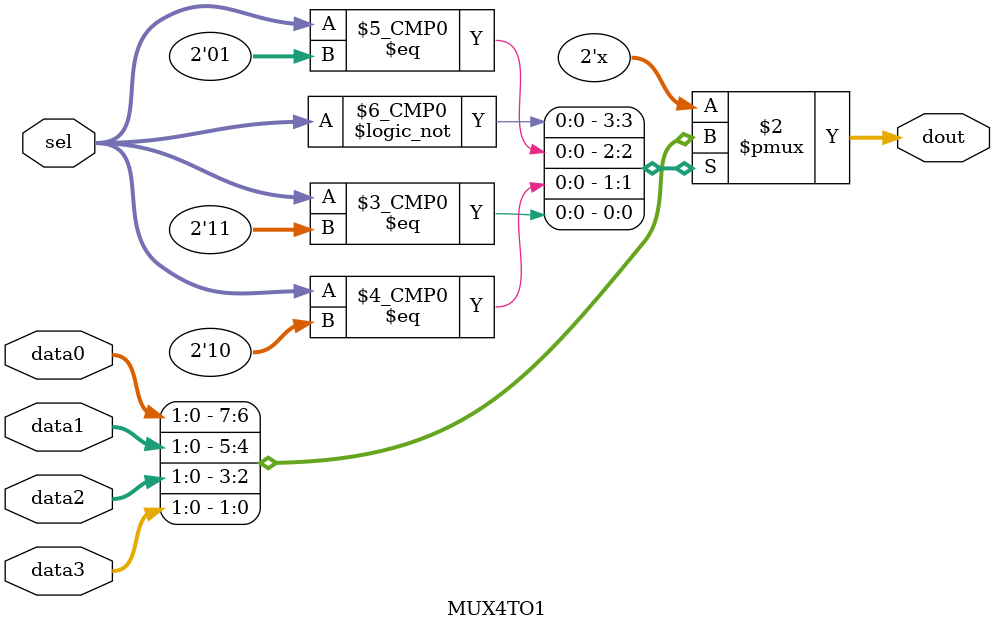
<source format=v>
module MUX4TO1 (dout, sel, data0, data1, data2, data3);
parameter dwidth = 2;
   output [dwidth-1:0] dout;
   input [1:0]	       sel;
   input [dwidth-1:0]  data0;
   input [dwidth-1:0]  data1;
   input [dwidth-1:0]  data2;
   input [dwidth-1:0]  data3;
   

   wire [dwidth-1:0]   data0;
   wire [dwidth-1:0]   data1;
   wire [dwidth-1:0]   data2;
   wire [dwidth-1:0]   data3;
   wire [1:0]	       sel;
   reg  [dwidth-1:0]   dout;

  always @ (sel or data0 or data1 or data2 or data3)
    begin:MUX4TO1
       case (sel) // synopsys parallel_case full_case 
	 2'b00: dout = data0;
	 2'b01: dout = data1;
	 2'b10: dout = data2;
	 2'b11: dout = data3;
       endcase
    end

endmodule

</source>
